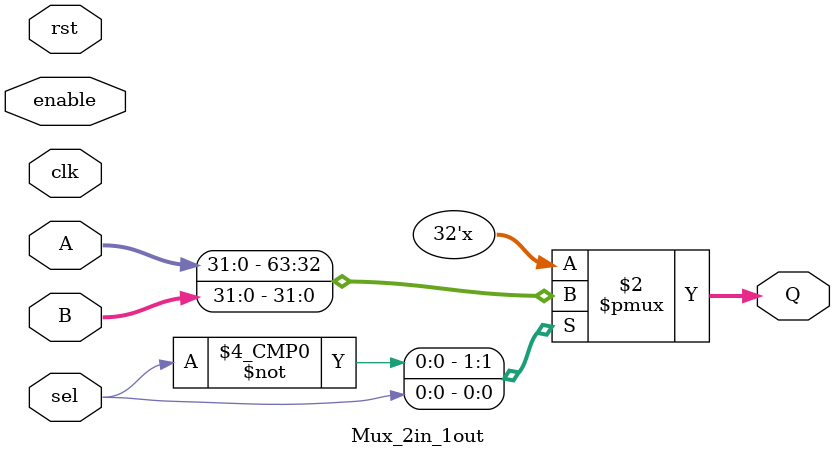
<source format=v>
module Mux_2in_1out #(parameter LENGTH = 32)(
    //Multiplexor que elige que es lo que se vera en la salida tx
    //Entradas y salidas del multiplexor
    input clk, rst, enable,
    input [LENGTH-1:0]A, 
    input [LENGTH-1:0]B,
    input sel,
    output reg [LENGTH-1:0]Q
    );

//En que estado nos encontramos para decidir la salida
localparam A_TO_OUT = 1'b0;
localparam B_TO_OUT = 1'b1;


always @*
begin
//	if (rst)
//		Q <= {LENGTH{1'b0}};
//	else
//		if (enable)
			case (sel)
			//Envia a tx el valor correspondiente al estado de la FSM en que se encuentra
			A_TO_OUT: Q <= A;
			B_TO_OUT: Q <= B;
			default: Q <= Q;
			endcase
//		else
//			Q <= Q;			
end
endmodule
</source>
